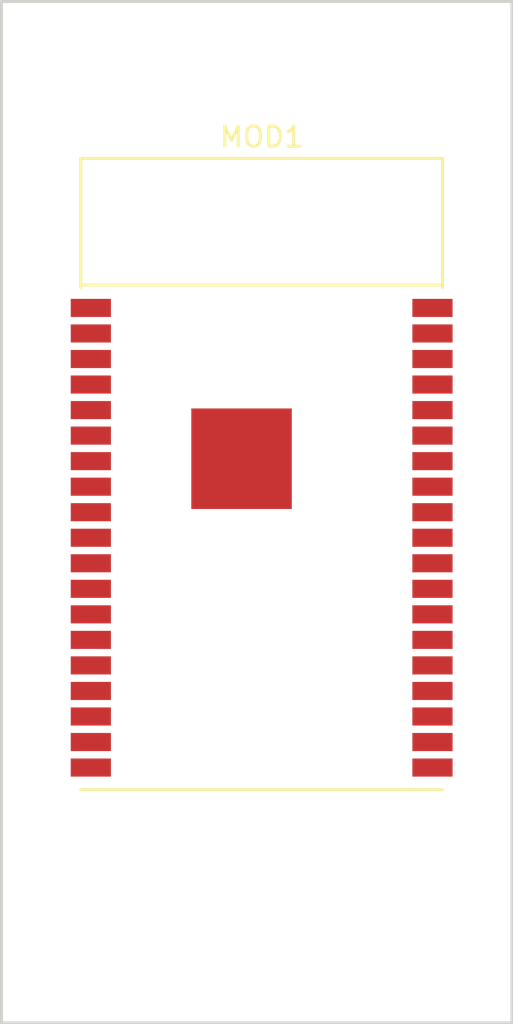
<source format=kicad_pcb>
(kicad_pcb (version 20171130) (host pcbnew "(2018-02-05 revision d1a45d147)-makepkg")

  (general
    (thickness 1.6)
    (drawings 4)
    (tracks 0)
    (zones 0)
    (modules 1)
    (nets 37)
  )

  (page A4)
  (layers
    (0 F.Cu signal)
    (31 B.Cu signal)
    (32 B.Adhes user)
    (33 F.Adhes user)
    (34 B.Paste user)
    (35 F.Paste user)
    (36 B.SilkS user)
    (37 F.SilkS user)
    (38 B.Mask user)
    (39 F.Mask user)
    (40 Dwgs.User user)
    (41 Cmts.User user)
    (42 Eco1.User user)
    (43 Eco2.User user)
    (44 Edge.Cuts user)
    (45 Margin user)
    (46 B.CrtYd user)
    (47 F.CrtYd user)
    (48 B.Fab user)
    (49 F.Fab user)
  )

  (setup
    (last_trace_width 0.25)
    (trace_clearance 0.2)
    (zone_clearance 0.508)
    (zone_45_only no)
    (trace_min 0.2)
    (segment_width 0.2)
    (edge_width 0.15)
    (via_size 0.8)
    (via_drill 0.4)
    (via_min_size 0.4)
    (via_min_drill 0.3)
    (uvia_size 0.3)
    (uvia_drill 0.1)
    (uvias_allowed no)
    (uvia_min_size 0.2)
    (uvia_min_drill 0.1)
    (pcb_text_width 0.3)
    (pcb_text_size 1.5 1.5)
    (mod_edge_width 0.15)
    (mod_text_size 1 1)
    (mod_text_width 0.15)
    (pad_size 1.524 1.524)
    (pad_drill 0.762)
    (pad_to_mask_clearance 0.02)
    (aux_axis_origin 0 0)
    (visible_elements FFFFFF7F)
    (pcbplotparams
      (layerselection 0x010fc_ffffffff)
      (usegerberextensions false)
      (usegerberattributes false)
      (usegerberadvancedattributes false)
      (creategerberjobfile false)
      (excludeedgelayer true)
      (linewidth 0.100000)
      (plotframeref false)
      (viasonmask false)
      (mode 1)
      (useauxorigin false)
      (hpglpennumber 1)
      (hpglpenspeed 20)
      (hpglpendiameter 15)
      (psnegative false)
      (psa4output false)
      (plotreference true)
      (plotvalue true)
      (plotinvisibletext false)
      (padsonsilk false)
      (subtractmaskfromsilk false)
      (outputformat 1)
      (mirror false)
      (drillshape 1)
      (scaleselection 1)
      (outputdirectory ""))
  )

  (net 0 "")
  (net 1 GND)
  (net 2 "Net-(MOD1-Pad2)")
  (net 3 "Net-(MOD1-Pad3)")
  (net 4 "Net-(MOD1-Pad4)")
  (net 5 "Net-(MOD1-Pad5)")
  (net 6 "Net-(MOD1-Pad6)")
  (net 7 "Net-(MOD1-Pad7)")
  (net 8 "Net-(MOD1-Pad8)")
  (net 9 "Net-(MOD1-Pad9)")
  (net 10 "Net-(MOD1-Pad10)")
  (net 11 "Net-(MOD1-Pad11)")
  (net 12 "Net-(MOD1-Pad12)")
  (net 13 "Net-(MOD1-Pad13)")
  (net 14 "Net-(MOD1-Pad14)")
  (net 15 "Net-(MOD1-Pad16)")
  (net 16 "Net-(MOD1-Pad17)")
  (net 17 "Net-(MOD1-Pad18)")
  (net 18 "Net-(MOD1-Pad19)")
  (net 19 "Net-(MOD1-Pad20)")
  (net 20 "Net-(MOD1-Pad21)")
  (net 21 "Net-(MOD1-Pad22)")
  (net 22 "Net-(MOD1-Pad23)")
  (net 23 "Net-(MOD1-Pad24)")
  (net 24 "Net-(MOD1-Pad25)")
  (net 25 "Net-(MOD1-Pad26)")
  (net 26 "Net-(MOD1-Pad27)")
  (net 27 "Net-(MOD1-Pad28)")
  (net 28 "Net-(MOD1-Pad29)")
  (net 29 "Net-(MOD1-Pad30)")
  (net 30 "Net-(MOD1-Pad31)")
  (net 31 "Net-(MOD1-Pad32)")
  (net 32 "Net-(MOD1-Pad33)")
  (net 33 "Net-(MOD1-Pad34)")
  (net 34 "Net-(MOD1-Pad35)")
  (net 35 "Net-(MOD1-Pad36)")
  (net 36 "Net-(MOD1-Pad37)")

  (net_class Default "This is the default net class."
    (clearance 0.2)
    (trace_width 0.25)
    (via_dia 0.8)
    (via_drill 0.4)
    (uvia_dia 0.3)
    (uvia_drill 0.1)
    (add_net GND)
    (add_net "Net-(MOD1-Pad10)")
    (add_net "Net-(MOD1-Pad11)")
    (add_net "Net-(MOD1-Pad12)")
    (add_net "Net-(MOD1-Pad13)")
    (add_net "Net-(MOD1-Pad14)")
    (add_net "Net-(MOD1-Pad16)")
    (add_net "Net-(MOD1-Pad17)")
    (add_net "Net-(MOD1-Pad18)")
    (add_net "Net-(MOD1-Pad19)")
    (add_net "Net-(MOD1-Pad2)")
    (add_net "Net-(MOD1-Pad20)")
    (add_net "Net-(MOD1-Pad21)")
    (add_net "Net-(MOD1-Pad22)")
    (add_net "Net-(MOD1-Pad23)")
    (add_net "Net-(MOD1-Pad24)")
    (add_net "Net-(MOD1-Pad25)")
    (add_net "Net-(MOD1-Pad26)")
    (add_net "Net-(MOD1-Pad27)")
    (add_net "Net-(MOD1-Pad28)")
    (add_net "Net-(MOD1-Pad29)")
    (add_net "Net-(MOD1-Pad3)")
    (add_net "Net-(MOD1-Pad30)")
    (add_net "Net-(MOD1-Pad31)")
    (add_net "Net-(MOD1-Pad32)")
    (add_net "Net-(MOD1-Pad33)")
    (add_net "Net-(MOD1-Pad34)")
    (add_net "Net-(MOD1-Pad35)")
    (add_net "Net-(MOD1-Pad36)")
    (add_net "Net-(MOD1-Pad37)")
    (add_net "Net-(MOD1-Pad4)")
    (add_net "Net-(MOD1-Pad5)")
    (add_net "Net-(MOD1-Pad6)")
    (add_net "Net-(MOD1-Pad7)")
    (add_net "Net-(MOD1-Pad8)")
    (add_net "Net-(MOD1-Pad9)")
  )

  (module echoes:ESP32-WROVER-B (layer F.Cu) (tedit 5C60F32A) (tstamp 5C749466)
    (at 144.145 66.04)
    (path /5C60F689)
    (fp_text reference MOD1 (at 8.5 -8.5) (layer F.SilkS)
      (effects (font (size 1 1) (thickness 0.15)))
    )
    (fp_text value ESP32-WROVER-B (at 8.5 -2) (layer F.Fab)
      (effects (font (size 1 1) (thickness 0.15)))
    )
    (fp_line (start -0.5 -7.44) (end 17.5 -7.44) (layer F.SilkS) (width 0.15))
    (fp_line (start -0.5 -1) (end -0.5 -7.44) (layer F.SilkS) (width 0.15))
    (fp_line (start 17.5 -1) (end 17.5 -7.44) (layer F.SilkS) (width 0.15))
    (fp_line (start -0.5 23.96) (end 17.5 23.96) (layer F.SilkS) (width 0.15))
    (fp_line (start -0.5 -1.14) (end 17.5 -1.14) (layer F.SilkS) (width 0.15))
    (pad 1 smd rect (at 0 0) (size 2 0.9) (layers F.Cu F.Paste F.Mask)
      (net 1 GND))
    (pad 2 smd rect (at 0 1.27) (size 2 0.9) (layers F.Cu F.Paste F.Mask)
      (net 2 "Net-(MOD1-Pad2)"))
    (pad 3 smd rect (at 0 2.54) (size 2 0.9) (layers F.Cu F.Paste F.Mask)
      (net 3 "Net-(MOD1-Pad3)"))
    (pad 4 smd rect (at 0 3.81) (size 2 0.9) (layers F.Cu F.Paste F.Mask)
      (net 4 "Net-(MOD1-Pad4)"))
    (pad 5 smd rect (at 0 5.08) (size 2 0.9) (layers F.Cu F.Paste F.Mask)
      (net 5 "Net-(MOD1-Pad5)"))
    (pad 6 smd rect (at 0 6.35) (size 2 0.9) (layers F.Cu F.Paste F.Mask)
      (net 6 "Net-(MOD1-Pad6)"))
    (pad 7 smd rect (at 0 7.62) (size 2 0.9) (layers F.Cu F.Paste F.Mask)
      (net 7 "Net-(MOD1-Pad7)"))
    (pad 8 smd rect (at 0 8.89) (size 2 0.9) (layers F.Cu F.Paste F.Mask)
      (net 8 "Net-(MOD1-Pad8)"))
    (pad 9 smd rect (at 0 10.16) (size 2 0.9) (layers F.Cu F.Paste F.Mask)
      (net 9 "Net-(MOD1-Pad9)"))
    (pad 10 smd rect (at 0 11.43) (size 2 0.9) (layers F.Cu F.Paste F.Mask)
      (net 10 "Net-(MOD1-Pad10)"))
    (pad 11 smd rect (at 0 12.7) (size 2 0.9) (layers F.Cu F.Paste F.Mask)
      (net 11 "Net-(MOD1-Pad11)"))
    (pad 12 smd rect (at 0 13.97) (size 2 0.9) (layers F.Cu F.Paste F.Mask)
      (net 12 "Net-(MOD1-Pad12)"))
    (pad 13 smd rect (at 0 15.24) (size 2 0.9) (layers F.Cu F.Paste F.Mask)
      (net 13 "Net-(MOD1-Pad13)"))
    (pad 14 smd rect (at 0 16.51) (size 2 0.9) (layers F.Cu F.Paste F.Mask)
      (net 14 "Net-(MOD1-Pad14)"))
    (pad 15 smd rect (at 0 17.78) (size 2 0.9) (layers F.Cu F.Paste F.Mask)
      (net 1 GND))
    (pad 16 smd rect (at 0 19.05) (size 2 0.9) (layers F.Cu F.Paste F.Mask)
      (net 15 "Net-(MOD1-Pad16)"))
    (pad 17 smd rect (at 0 20.32) (size 2 0.9) (layers F.Cu F.Paste F.Mask)
      (net 16 "Net-(MOD1-Pad17)"))
    (pad 18 smd rect (at 0 21.59) (size 2 0.9) (layers F.Cu F.Paste F.Mask)
      (net 17 "Net-(MOD1-Pad18)"))
    (pad 19 smd rect (at 0 22.86) (size 2 0.9) (layers F.Cu F.Paste F.Mask)
      (net 18 "Net-(MOD1-Pad19)"))
    (pad 20 smd rect (at 17 22.86) (size 2 0.9) (layers F.Cu F.Paste F.Mask)
      (net 19 "Net-(MOD1-Pad20)"))
    (pad 21 smd rect (at 17 21.59) (size 2 0.9) (layers F.Cu F.Paste F.Mask)
      (net 20 "Net-(MOD1-Pad21)"))
    (pad 22 smd rect (at 17 20.32) (size 2 0.9) (layers F.Cu F.Paste F.Mask)
      (net 21 "Net-(MOD1-Pad22)"))
    (pad 23 smd rect (at 17 19.05) (size 2 0.9) (layers F.Cu F.Paste F.Mask)
      (net 22 "Net-(MOD1-Pad23)"))
    (pad 24 smd rect (at 17 17.78) (size 2 0.9) (layers F.Cu F.Paste F.Mask)
      (net 23 "Net-(MOD1-Pad24)"))
    (pad 25 smd rect (at 17 16.51) (size 2 0.9) (layers F.Cu F.Paste F.Mask)
      (net 24 "Net-(MOD1-Pad25)"))
    (pad 26 smd rect (at 17 15.24) (size 2 0.9) (layers F.Cu F.Paste F.Mask)
      (net 25 "Net-(MOD1-Pad26)"))
    (pad 27 smd rect (at 17 13.97) (size 2 0.9) (layers F.Cu F.Paste F.Mask)
      (net 26 "Net-(MOD1-Pad27)"))
    (pad 28 smd rect (at 17 12.7) (size 2 0.9) (layers F.Cu F.Paste F.Mask)
      (net 27 "Net-(MOD1-Pad28)"))
    (pad 29 smd rect (at 17 11.43) (size 2 0.9) (layers F.Cu F.Paste F.Mask)
      (net 28 "Net-(MOD1-Pad29)"))
    (pad 30 smd rect (at 17 10.16) (size 2 0.9) (layers F.Cu F.Paste F.Mask)
      (net 29 "Net-(MOD1-Pad30)"))
    (pad 31 smd rect (at 17 8.89) (size 2 0.9) (layers F.Cu F.Paste F.Mask)
      (net 30 "Net-(MOD1-Pad31)"))
    (pad 32 smd rect (at 17 7.62) (size 2 0.9) (layers F.Cu F.Paste F.Mask)
      (net 31 "Net-(MOD1-Pad32)"))
    (pad 33 smd rect (at 17 6.35) (size 2 0.9) (layers F.Cu F.Paste F.Mask)
      (net 32 "Net-(MOD1-Pad33)"))
    (pad 34 smd rect (at 17 5.08) (size 2 0.9) (layers F.Cu F.Paste F.Mask)
      (net 33 "Net-(MOD1-Pad34)"))
    (pad 35 smd rect (at 17 3.81) (size 2 0.9) (layers F.Cu F.Paste F.Mask)
      (net 34 "Net-(MOD1-Pad35)"))
    (pad 36 smd rect (at 17 2.54) (size 2 0.9) (layers F.Cu F.Paste F.Mask)
      (net 35 "Net-(MOD1-Pad36)"))
    (pad 37 smd rect (at 17 1.27) (size 2 0.9) (layers F.Cu F.Paste F.Mask)
      (net 36 "Net-(MOD1-Pad37)"))
    (pad 38 smd rect (at 17 0) (size 2 0.9) (layers F.Cu F.Paste F.Mask)
      (net 1 GND))
    (pad 39 smd rect (at 7.5 7.5) (size 5 5) (layers F.Cu F.Paste F.Mask)
      (net 1 GND))
  )

  (gr_line (start 139.7 101.6) (end 139.7 50.8) (layer Edge.Cuts) (width 0.15))
  (gr_line (start 165.1 101.6) (end 139.7 101.6) (layer Edge.Cuts) (width 0.15))
  (gr_line (start 165.1 50.8) (end 165.1 101.6) (layer Edge.Cuts) (width 0.15))
  (gr_line (start 139.7 50.8) (end 165.1 50.8) (layer Edge.Cuts) (width 0.15))

)

</source>
